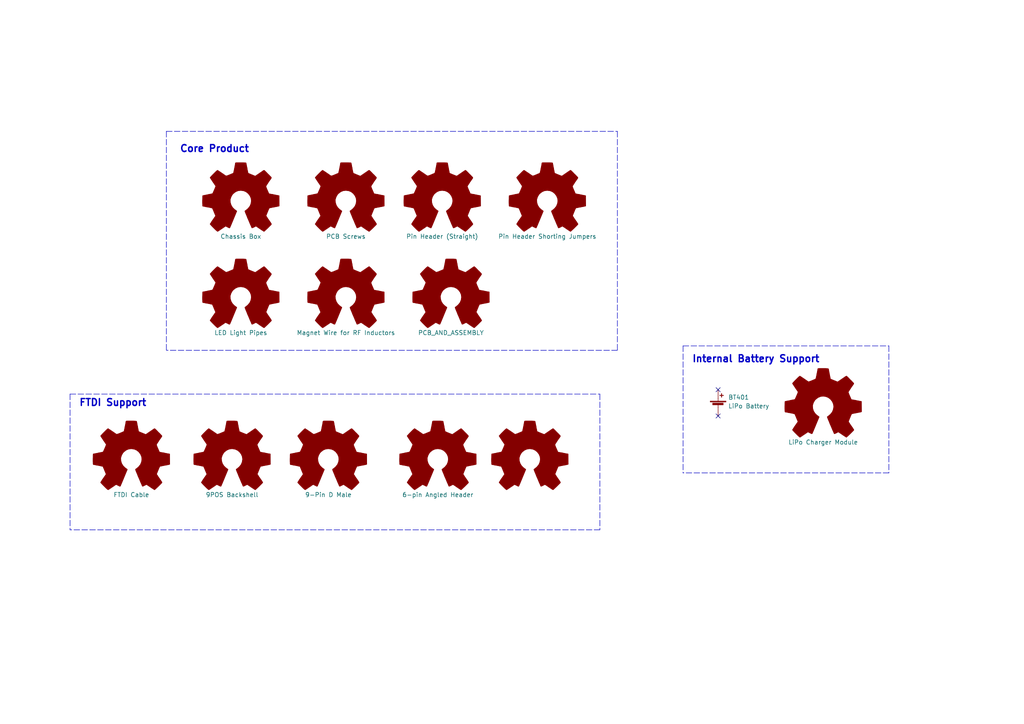
<source format=kicad_sch>
(kicad_sch (version 20211123) (generator eeschema)
  (paper "A4")
  (title_block (title "SignalSlinger Design") (date "2023-06-20") (rev "1.0"))
  (lib_symbols
    (symbol "Device:Battery_Cell" (pin_numbers hide) (pin_names (offset 0) hide)
      (property "Reference" "BT" (at 2.54 2.54 0))
      (property "Value" "Battery_Cell" (at 2.54 0 0))
      (symbol "Battery_Cell_0_1"
        (rectangle (start -2.286 1.778) (end 2.286 1.524) (fill (type outline)))
        (rectangle (start -1.5748 1.1938) (end 1.4732 0.6858) (fill (type outline)))
        (polyline (pts (xy 0 0.762) (xy 0 0)))
        (polyline (pts (xy 0 1.778) (xy 0 2.54)))
        (polyline (pts (xy 0.508 3.429) (xy 1.524 3.429)) (stroke (width 0.254)))
        (polyline (pts (xy 1.016 3.937) (xy 1.016 2.921)) (stroke (width 0.254)))
      )
      (symbol "Battery_Cell_1_1"
        (pin passive line (at 0 5.08 270) (length 2.54) (name "+") (number "1"))
        (pin passive line (at 0 -2.54 90) (length 2.54) (name "-") (number "2"))
      )
    )
    (symbol "Graphic:Logo_Open_Hardware_Large" (pin_names (offset 1.016))
      (symbol "Logo_Open_Hardware_Large_1_1"
        (polyline (pts (xy 6.731 -8.7122) (xy 6.6294 -8.6614) (xy 6.35 -8.4836) (xy 5.9944 -8.255) (xy 5.5372 -7.9502) (xy 5.1054 -7.6454) (xy 4.7498 -7.4168) (xy 4.4958 -7.239) (xy 4.3942 -7.1882) (xy 4.318 -7.2136) (xy 4.1148 -7.3152) (xy 3.81 -7.4676) (xy 3.6322 -7.5692) (xy 3.3528 -7.6708) (xy 3.2258 -7.6962) (xy 3.2004 -7.6708) (xy 3.0988 -7.4676) (xy 2.9464 -7.0866) (xy 2.7178 -6.604) (xy 2.4892 -6.0452) (xy 2.2352 -5.4356) (xy 1.9558 -4.826) (xy 1.7272 -4.2164) (xy 1.4986 -3.683) (xy 1.3208 -3.2512) (xy 1.2192 -2.9464) (xy 1.1684 -2.8194) (xy 1.1938 -2.794) (xy 1.3208 -2.667) (xy 1.5748 -2.4892) (xy 2.0828 -2.0574) (xy 2.6162 -1.397) (xy 2.921 -0.6604) (xy 3.048 0.1524) (xy 2.9464 0.9144) (xy 2.6416 1.6256) (xy 2.1336 2.286) (xy 1.524 2.7686) (xy 0.8128 3.0734) (xy 0 3.175) (xy -0.762 3.0988) (xy -1.4986 2.794) (xy -2.159 2.286) (xy -2.4384 1.9812) (xy -2.8194 1.3208) (xy -3.048 0.6096) (xy -3.0734 0.4318) (xy -3.0226 -0.3556) (xy -2.794 -1.0922) (xy -2.3876 -1.7526) (xy -1.8288 -2.3114) (xy -1.7526 -2.3622) (xy -1.4732 -2.5654) (xy -1.2954 -2.6924) (xy -1.1684 -2.8194) (xy -2.159 -5.207) (xy -2.3114 -5.588) (xy -2.5908 -6.2484) (xy -2.8194 -6.8072) (xy -3.0226 -7.2644) (xy -3.1496 -7.5692) (xy -3.2258 -7.6708) (xy -3.2258 -7.6962) (xy -3.302 -7.6962) (xy -3.4798 -7.6454) (xy -3.8354 -7.4676) (xy -4.0386 -7.366) (xy -4.2926 -7.239) (xy -4.4196 -7.1882) (xy -4.5212 -7.239) (xy -4.7498 -7.3914) (xy -5.1054 -7.6454) (xy -5.5372 -7.9248) (xy -5.9436 -8.2042) (xy -6.3246 -8.4582) (xy -6.604 -8.636) (xy -6.731 -8.7122) (xy -6.7564 -8.7122) (xy -6.858 -8.636) (xy -7.0866 -8.4582) (xy -7.4168 -8.1534) (xy -7.874 -7.6962) (xy -7.9502 -7.62) (xy -8.3312 -7.239) (xy -8.636 -6.9088) (xy -8.8392 -6.6802) (xy -8.9154 -6.5786) (xy -8.9154 -6.5786) (xy -8.8392 -6.4516) (xy -8.6614 -6.1722) (xy -8.4328 -5.7912) (xy -8.128 -5.3594) (xy -7.3152 -4.191) (xy -7.7724 -3.0988) (xy -7.8994 -2.7686) (xy -8.0772 -2.3622) (xy -8.2042 -2.0828) (xy -8.255 -1.9558) (xy -8.382 -1.905) (xy -8.6614 -1.8542) (xy -9.0932 -1.7526) (xy -9.6266 -1.651) (xy -10.1092 -1.5748) (xy -10.541 -1.4732) (xy -10.8712 -1.4224) (xy -11.0236 -1.397) (xy -11.049 -1.3716) (xy -11.0744 -1.2954) (xy -11.0998 -1.143) (xy -11.0998 -0.889) (xy -11.1252 -0.4572) (xy -11.1252 0.1524) (xy -11.1252 0.2286) (xy -11.0998 0.8128) (xy -11.0998 1.27) (xy -11.0744 1.5494) (xy -11.0744 1.6764) (xy -11.0744 1.6764) (xy -10.922 1.7018) (xy -10.6172 1.778) (xy -10.16 1.8542) (xy -9.652 1.9558) (xy -9.6012 1.9812) (xy -9.0932 2.0828) (xy -8.636 2.159) (xy -8.3312 2.2352) (xy -8.2042 2.286) (xy -8.1788 2.3114) (xy -8.0772 2.5146) (xy -7.9248 2.8448) (xy -7.747 3.2512) (xy -7.5692 3.6576) (xy -7.4168 4.0386) (xy -7.3152 4.318) (xy -7.2898 4.445) (xy -7.2898 4.445) (xy -7.366 4.572) (xy -7.5438 4.826) (xy -7.7978 5.207) (xy -8.128 5.6642) (xy -8.128 5.6896) (xy -8.4328 6.1468) (xy -8.6868 6.5278) (xy -8.8392 6.7818) (xy -8.9154 6.9088) (xy -8.9154 6.9088) (xy -8.8138 7.0358) (xy -8.5852 7.2898) (xy -8.255 7.6454) (xy -7.874 8.0264) (xy -7.747 8.1534) (xy -7.3152 8.5852) (xy -7.0104 8.8646) (xy -6.8326 8.9916) (xy -6.731 9.0424) (xy -6.731 9.0424) (xy -6.604 8.9408) (xy -6.3246 8.763) (xy -5.9436 8.509) (xy -5.4864 8.2042) (xy -5.461 8.1788) (xy -5.0038 7.874) (xy -4.6482 7.62) (xy -4.3688 7.4422) (xy -4.2672 7.3914) (xy -4.2418 7.3914) (xy -4.064 7.4422) (xy -3.7338 7.5438) (xy -3.3528 7.6962) (xy -2.9464 7.874) (xy -2.5654 8.0264) (xy -2.286 8.1534) (xy -2.159 8.2296) (xy -2.159 8.2296) (xy -2.1082 8.382) (xy -2.032 8.7122) (xy -1.9304 9.1694) (xy -1.8288 9.7282) (xy -1.8034 9.8044) (xy -1.7018 10.3378) (xy -1.6256 10.7696) (xy -1.5748 11.0744) (xy -1.524 11.2014) (xy -1.4478 11.2268) (xy -1.1938 11.2522) (xy -0.8128 11.2522) (xy -0.3302 11.2522) (xy 0.1524 11.2522) (xy 0.6604 11.2522) (xy 1.0668 11.2268) (xy 1.3716 11.2014) (xy 1.4986 11.176) (xy 1.4986 11.176) (xy 1.5494 11.0236) (xy 1.6256 10.6934) (xy 1.7018 10.2108) (xy 1.8288 9.6774) (xy 1.8288 9.5758) (xy 1.9304 9.0424) (xy 2.032 8.6106) (xy 2.0828 8.3058) (xy 2.1336 8.2042) (xy 2.159 8.1788) (xy 2.3876 8.0772) (xy 2.7432 7.9248) (xy 3.175 7.747) (xy 4.191 7.3406) (xy 5.461 8.2042) (xy 5.5626 8.2804) (xy 6.0198 8.5852) (xy 6.3754 8.8392) (xy 6.6294 8.9916) (xy 6.7564 9.0424) (xy 6.7564 9.0424) (xy 6.8834 8.9408) (xy 7.1374 8.7122) (xy 7.4676 8.382) (xy 7.8486 7.9756) (xy 8.1534 7.6962) (xy 8.4836 7.3406) (xy 8.7122 7.112) (xy 8.8392 6.9596) (xy 8.8646 6.858) (xy 8.8646 6.8072) (xy 8.7884 6.6802) (xy 8.6106 6.4008) (xy 8.3312 6.0198) (xy 8.0264 5.588) (xy 7.7978 5.207) (xy 7.5184 4.8006) (xy 7.3406 4.4958) (xy 7.2898 4.3434) (xy 7.2898 4.2926) (xy 7.3914 4.0386) (xy 7.5184 3.683) (xy 7.7216 3.2258) (xy 8.1534 2.2352) (xy 8.7884 2.1082) (xy 9.1948 2.0574) (xy 9.7536 1.9304) (xy 10.2616 1.8288) (xy 11.0998 1.6764) (xy 11.1252 -1.3208) (xy 10.9982 -1.3716) (xy 10.8712 -1.397) (xy 10.5664 -1.4732) (xy 10.1346 -1.5494) (xy 9.6266 -1.651) (xy 9.1948 -1.7272) (xy 8.7376 -1.8288) (xy 8.4328 -1.8796) (xy 8.2804 -1.905) (xy 8.255 -1.9558) (xy 8.1534 -2.159) (xy 7.9756 -2.5146) (xy 7.8232 -2.921) (xy 7.6454 -3.3274) (xy 7.493 -3.7338) (xy 7.366 -4.0132) (xy 7.3406 -4.191) (xy 7.3914 -4.2926) (xy 7.5692 -4.5466) (xy 7.7978 -4.9276) (xy 8.1026 -5.3594) (xy 8.4074 -5.7912) (xy 8.6614 -6.1722) (xy 8.8138 -6.4262) (xy 8.89 -6.5532) (xy 8.8646 -6.6548) (xy 8.6868 -6.858) (xy 8.3566 -7.1882) (xy 7.874 -7.6708) (xy 7.7978 -7.747) (xy 7.3914 -8.128) (xy 7.0612 -8.4328) (xy 6.8326 -8.636) (xy 6.731 -8.7122)) (fill (type outline)))
      )
    )
  )
  (no_connect (at 208.28 120.65))
  (no_connect (at 208.28 113.03))
  (polyline (pts (xy 48.26 38.1) (xy 48.26 101.6)))
  (polyline (pts (xy 257.81 137.16) (xy 198.12 137.16)))
  (polyline (pts (xy 179.07 101.6) (xy 48.26 101.6)))
  (polyline (pts (xy 173.99 153.67) (xy 20.32 153.67)))
  (polyline (pts (xy 48.26 38.1) (xy 179.07 38.1)))
  (polyline (pts (xy 20.32 114.3) (xy 20.32 153.67)))
  (polyline (pts (xy 257.81 100.33) (xy 257.81 137.16)))
  (polyline (pts (xy 20.32 114.3) (xy 173.99 114.3)))
  (polyline (pts (xy 198.12 100.33) (xy 257.81 100.33)))
  (polyline (pts (xy 179.07 38.1) (xy 179.07 101.6)))
  (polyline (pts (xy 173.99 114.3) (xy 173.99 153.67)))
  (polyline (pts (xy 198.12 100.33) (xy 198.12 137.16)))
  (text "FTDI Support" (at 22.86 118.11 0) (effects (font (size 2 2) (thickness 0.4) bold) (justify left bottom)))
  (text "Core Product" (at 52.07 44.45 0) (effects (font (size 2 2) (thickness 0.4) bold) (justify left bottom)))
  (text "Internal Battery Support" (at 200.66 105.41 0) (effects (font (size 2 2) (thickness 0.4) bold) (justify left bottom)))
  (symbol (lib_id "Graphic:Logo_Open_Hardware_Large") (at 127 133.35 0) (unit 1)
    (property "Reference" "HDWR409" (effects hide))
    (property "Value" "6-pin Angled Header" (at 127 143.51 0))
    (property "Description" "CONN HEADER R/A 6POS 2.54MM" (effects hide))
    (property "Digi-Key Part No." "929550-01-06-ND" (effects hide))
    (property "Link" "https://www.digikey.com/en/products/detail/3m/929550-01-06-I/682149" (effects hide))
    (property "Manufacturer" "3M" (effects hide))
    (property "Manufacturer PN" "929550-01-06-I" (effects hide))
  )
  (symbol (lib_id "Graphic:Logo_Open_Hardware_Large") (at 69.85 58.42 0) (unit 1)
    (property "Reference" "HDWR401" (effects hide))
    (property "Value" "Chassis Box" (at 69.85 68.58 0))
    (property "Link" "https://www.polycase.com/sl-42p?qty=1#200=99&227=163" (effects hide))
    (property "Manufacturer" "polycase" (effects hide))
    (property "Manufacturer PN" "SL-42PMBT" (effects hide))
    (property "Description" "4.25 x 2.63 x 1.27 in / 107.95 x 66.80 x 32.26 mm. / 0.15 lbs" (effects hide))
  )
  (symbol (lib_id "Graphic:Logo_Open_Hardware_Large") (at 95.25 133.35 0) (unit 1)
    (property "Reference" "HDWR408" (effects hide))
    (property "Value" "9-Pin D Male" (at 95.25 143.51 0))
    (property "Description" "CONN D-SUB PLUG 9POS SLDR CUP" (effects hide))
    (property "Digi-Key Part No." "AE10972-ND" (effects hide))
    (property "Link" "https://www.digikey.com/en/products/detail/assmann-wsw-components/A-DS-09-LL-Z/1241781" (effects hide))
    (property "Manufacturer" "Assmann WSW Components" (effects hide))
    (property "Manufacturer PN" "A-DS 09 LL/Z" (effects hide))
  )
  (symbol (lib_id "Graphic:Logo_Open_Hardware_Large") (at 69.85 86.36 0) (unit 1)
    (property "Reference" "HDWR402" (effects hide))
    (property "Value" "LED Light Pipes" (at 69.85 96.52 0))
    (property "Description" "LIGHT PIPE ROUND 3MM" (effects hide))
    (property "Digi-Key Part No." "LFB063CTP-ND" (effects hide))
    (property "Link" "https://www.digikey.com/en/products/detail/visual-communications-company-vcc/LFB063CTP/5723593" (effects hide))
    (property "Manufacturer" "Visual Communications Company - VCC" (effects hide))
    (property "Manufacturer PN" "LFB063CTP" (effects hide))
  )
  (symbol (lib_id "Graphic:Logo_Open_Hardware_Large") (at 38.1 133.35 0) (unit 1)
    (property "Reference" "HDWR405" (effects hide))
    (property "Value" "FTDI Cable" (at 38.1 143.51 0))
    (property "Link" "https://www.adafruit.com/product/70" (effects hide))
    (property "Manufacturer" "Adafruit" (effects hide))
    (property "Manufacturer PN" "70" (effects hide))
    (property "Description" "FTDI Serial TTL-232 USB Cable" (effects hide))
  )
  (symbol (lib_id "Graphic:Logo_Open_Hardware_Large") (at 100.33 86.36 0) (unit 1)
    (property "Reference" "HDWR404" (effects hide))
    (property "Value" "Magnet Wire for RF Inductors" (at 100.33 96.52 0))
    (property "Description" "MAGNET WIRE" (effects hide))
  )
  (symbol (lib_id "Graphic:Logo_Open_Hardware_Large") (at 153.67 133.35 0) (unit 1)
    (property "Reference" "HDWR413" (effects hide))
  )
  (symbol (lib_id "Graphic:Logo_Open_Hardware_Large") (at 128.27 58.42 0) (unit 1)
    (property "Reference" "HDWR411" (effects hide))
    (property "Value" "Pin Header (Straight)" (at 128.27 68.58 0))
    (property "Digi-Key Part No." "2057-PH1-20-UA-ND" (effects hide))
    (property "Link" "https://www.digikey.com/en/products/detail/adam-tech/PH1-20-UA/9830398" (effects hide))
    (property "Manufacturer" "Adam Tech" (effects hide))
    (property "Manufacturer PN" "PH1-20-UA" (effects hide))
    (property "Description" "CONN HEADER VERT 20POS 2.54MM" (effects hide))
  )
  (symbol (lib_id "Graphic:Logo_Open_Hardware_Large") (at 158.75 58.42 0) (unit 1)
    (property "Reference" "HDWR412" (effects hide))
    (property "Value" "Pin Header Shorting Jumpers" (at 158.75 68.58 0))
    (property "Digi-Key Part No." "S9337-ND" (effects hide))
    (property "Link" "https://www.digikey.com/en/products/detail/sullins-connector-solutions/QPC02SXGN-RC/2618262" (effects hide))
    (property "Manufacturer" "Sullins Connector Solutions" (effects hide))
    (property "Manufacturer PN" "QPC02SXGN-RC" (effects hide))
    (property "Description" "CONN JUMPER SHORTING .100\" GOLD" (effects hide))
  )
  (symbol (lib_id "Graphic:Logo_Open_Hardware_Large") (at 67.31 133.35 0) (unit 1)
    (property "Reference" "HDWR406" (effects hide))
    (property "Value" "9POS Backshell" (at 67.31 143.51 0))
    (property "Description" "CONN BACKSHELL 9POS 180DEG GRAY" (effects hide))
    (property "Digi-Key Part No." "AE11006-ND" (effects hide))
    (property "Link" "https://www.digikey.com/en/products/detail/assmann-wsw-components/AGP-09-IDC/1241853" (effects hide))
    (property "Manufacturer" "Assmann WSW Components" (effects hide))
    (property "Manufacturer PN" "AGP-09/IDC" (effects hide))
  )
  (symbol (lib_id "Device:Battery_Cell") (at 208.28 118.11 0) (unit 1)
    (property "Reference" "BT401" (at 211.201 115.2433 0) (effects (justify left)))
    (property "Value" "LiPo Battery" (at 211.201 117.7802 0) (effects (justify left)))
    (property "Link" "https://www.adafruit.com/product/258" (effects hide))
    (property "Manufacturer" "Adafruit" (effects hide))
    (property "Manufacturer PN" "258" (effects hide))
    (property "Description" "Lithium Ion Polymer Battery - 3.7v 1200mAh" (effects hide))
  )
  (symbol (lib_id "Graphic:Logo_Open_Hardware_Large") (at 130.81 86.36 0) (unit 1)
    (property "Reference" "HDWR410" (effects hide))
    (property "Value" "PCB_AND_ASSEMBLY" (at 130.81 96.52 0))
    (property "Description" "Printed Circuit Board(s) plus Assembly" (effects hide))
  )
  (symbol (lib_id "Graphic:Logo_Open_Hardware_Large") (at 100.33 58.42 0) (unit 1)
    (property "Reference" "HDWR403" (effects hide))
    (property "Value" "PCB Screws" (at 100.33 68.58 0))
    (property "Link" "https://www.polycase.com/screws-mbr-100" (effects hide))
    (property "Manufacturer" "polycase" (effects hide))
    (property "Manufacturer PN" "SCREWS-MBR-100" (effects hide))
    (property "Description" "SCREWS-MBR-100 PCB Screws" (effects hide))
  )
  (symbol (lib_id "Graphic:Logo_Open_Hardware_Large") (at 238.76 118.11 0) (unit 1)
    (property "Reference" "HDWR407" (effects hide))
    (property "Value" "LiPo Charger Module" (at 238.76 128.27 0))
    (property "Description" "Micro-Lipo Charger for LiPo/LiIon Batt" (effects hide))
    (property "Digi-Key Part No." "1528-1833-ND" (effects hide))
    (property "Link" "https://www.digikey.com/en/products/detail/adafruit-industries-llc/1904/5054545" (effects hide))
    (property "Manufacturer" "Adafruit Industries LLC" (effects hide))
    (property "Manufacturer PN" "1904" (effects hide))
  )
)
</source>
